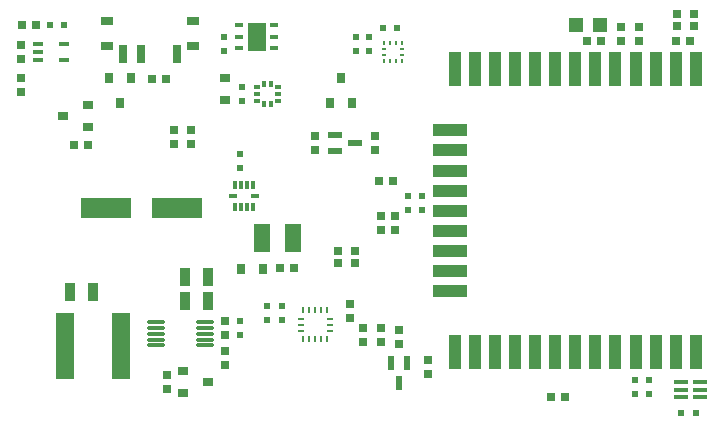
<source format=gtp>
%FSLAX23Y23*%
%MOIN*%
G70*
G01*
G75*
G04 Layer_Color=8421504*
%ADD10R,0.026X0.030*%
%ADD11R,0.030X0.026*%
%ADD12R,0.031X0.028*%
%ADD13R,0.039X0.031*%
%ADD14R,0.028X0.059*%
%ADD15R,0.012X0.020*%
%ADD16R,0.020X0.012*%
%ADD17R,0.051X0.022*%
%ADD18R,0.024X0.024*%
%ADD19R,0.118X0.039*%
%ADD20R,0.039X0.118*%
%ADD21R,0.010X0.020*%
%ADD22R,0.020X0.010*%
%ADD23R,0.010X0.013*%
%ADD24R,0.013X0.010*%
%ADD25O,0.065X0.012*%
%ADD26R,0.037X0.018*%
%ADD27R,0.035X0.031*%
%ADD28R,0.031X0.035*%
%ADD29R,0.063X0.224*%
%ADD30R,0.024X0.024*%
%ADD31R,0.035X0.026*%
%ADD32R,0.026X0.035*%
%ADD33R,0.033X0.059*%
%ADD34R,0.169X0.065*%
%ADD35R,0.053X0.094*%
%ADD36R,0.028X0.018*%
%ADD37R,0.063X0.098*%
%ADD38R,0.012X0.031*%
%ADD39R,0.031X0.012*%
%ADD40R,0.047X0.047*%
%ADD41R,0.051X0.016*%
%ADD42R,0.022X0.051*%
%ADD43C,0.010*%
%ADD44C,0.030*%
%ADD45C,0.015*%
%ADD46C,0.020*%
%ADD47C,0.040*%
%ADD48C,0.011*%
%ADD49C,0.008*%
%ADD50C,0.125*%
%ADD51C,0.118*%
%ADD52C,0.059*%
%ADD53R,0.059X0.059*%
%ADD54C,0.025*%
%ADD55C,0.010*%
%ADD56C,0.004*%
%ADD57C,0.001*%
%ADD58C,0.008*%
%ADD59C,0.006*%
D10*
X135Y-63D02*
D03*
Y-17D02*
D03*
X90Y-63D02*
D03*
Y-17D02*
D03*
X150Y-397D02*
D03*
Y-443D02*
D03*
X-545Y222D02*
D03*
Y268D02*
D03*
X-600D02*
D03*
Y222D02*
D03*
X90Y-392D02*
D03*
Y-438D02*
D03*
X-15Y-312D02*
D03*
Y-358D02*
D03*
X70Y248D02*
D03*
Y202D02*
D03*
X-130Y248D02*
D03*
Y202D02*
D03*
X-430Y-467D02*
D03*
Y-513D02*
D03*
Y-413D02*
D03*
Y-367D02*
D03*
X-1110Y553D02*
D03*
Y507D02*
D03*
Y443D02*
D03*
Y397D02*
D03*
X30Y-392D02*
D03*
Y-438D02*
D03*
X890Y567D02*
D03*
Y613D02*
D03*
X-625Y-547D02*
D03*
Y-593D02*
D03*
X950Y613D02*
D03*
Y567D02*
D03*
X245Y-497D02*
D03*
Y-543D02*
D03*
D11*
X82Y100D02*
D03*
X128D02*
D03*
X-627Y440D02*
D03*
X-673D02*
D03*
X1072Y565D02*
D03*
X1118D02*
D03*
X-248Y-190D02*
D03*
X-202D02*
D03*
X-1062Y620D02*
D03*
X-1108D02*
D03*
X-933Y220D02*
D03*
X-887D02*
D03*
X777Y565D02*
D03*
X823D02*
D03*
X657Y-620D02*
D03*
X703D02*
D03*
D12*
X-53Y-175D02*
D03*
X3D02*
D03*
Y-135D02*
D03*
X-53D02*
D03*
X1133Y655D02*
D03*
X1077D02*
D03*
Y615D02*
D03*
X1133D02*
D03*
D13*
X-536Y549D02*
D03*
Y631D02*
D03*
X-824Y549D02*
D03*
Y631D02*
D03*
D14*
X-591Y521D02*
D03*
X-710D02*
D03*
X-769D02*
D03*
D15*
X-277Y355D02*
D03*
X-301D02*
D03*
Y424D02*
D03*
X-277D02*
D03*
D16*
X-323Y366D02*
D03*
Y389D02*
D03*
Y413D02*
D03*
X-255D02*
D03*
Y389D02*
D03*
Y366D02*
D03*
D17*
X3Y225D02*
D03*
X-63Y199D02*
D03*
Y251D02*
D03*
D18*
X936Y-610D02*
D03*
X984D02*
D03*
X96Y609D02*
D03*
X144D02*
D03*
X-966Y620D02*
D03*
X-1014D02*
D03*
X936Y-565D02*
D03*
X984D02*
D03*
X1139Y-675D02*
D03*
X1091D02*
D03*
D19*
X320Y-268D02*
D03*
Y-201D02*
D03*
Y-134D02*
D03*
Y-67D02*
D03*
Y0D02*
D03*
Y67D02*
D03*
Y134D02*
D03*
Y201D02*
D03*
Y268D02*
D03*
D20*
X335Y472D02*
D03*
X402D02*
D03*
X469D02*
D03*
X536D02*
D03*
X603D02*
D03*
X670D02*
D03*
X737D02*
D03*
X804D02*
D03*
X871D02*
D03*
X938D02*
D03*
X1005D02*
D03*
X1072D02*
D03*
X1139D02*
D03*
Y-472D02*
D03*
X1072D02*
D03*
X1005D02*
D03*
X938D02*
D03*
X871D02*
D03*
X804D02*
D03*
X737D02*
D03*
X670D02*
D03*
X603D02*
D03*
X536D02*
D03*
X469D02*
D03*
X402D02*
D03*
X335D02*
D03*
D21*
X-169Y-428D02*
D03*
X-150D02*
D03*
X-130D02*
D03*
X-110D02*
D03*
X-91D02*
D03*
Y-332D02*
D03*
X-110D02*
D03*
X-130D02*
D03*
X-150D02*
D03*
X-169D02*
D03*
D22*
X-82Y-400D02*
D03*
Y-380D02*
D03*
Y-360D02*
D03*
X-178Y-360D02*
D03*
Y-380D02*
D03*
Y-400D02*
D03*
D23*
X160Y559D02*
D03*
X140D02*
D03*
X120D02*
D03*
X100D02*
D03*
Y498D02*
D03*
X120D02*
D03*
X140D02*
D03*
X160D02*
D03*
D24*
X99Y538D02*
D03*
Y519D02*
D03*
X161D02*
D03*
Y538D02*
D03*
D25*
X-498Y-449D02*
D03*
Y-430D02*
D03*
Y-410D02*
D03*
Y-390D02*
D03*
Y-371D02*
D03*
X-662Y-449D02*
D03*
Y-430D02*
D03*
Y-410D02*
D03*
Y-390D02*
D03*
Y-371D02*
D03*
D26*
X-967Y556D02*
D03*
Y504D02*
D03*
X-1053D02*
D03*
Y530D02*
D03*
Y556D02*
D03*
D27*
X-572Y-533D02*
D03*
Y-607D02*
D03*
X-488Y-570D02*
D03*
X-886Y278D02*
D03*
Y352D02*
D03*
X-971Y315D02*
D03*
D28*
X-743Y442D02*
D03*
X-817D02*
D03*
X-780Y358D02*
D03*
X-45Y442D02*
D03*
X-8Y358D02*
D03*
X-82D02*
D03*
D29*
X-777Y-450D02*
D03*
X-963D02*
D03*
D30*
X-435Y579D02*
D03*
Y531D02*
D03*
X-375Y366D02*
D03*
Y414D02*
D03*
X-240Y-364D02*
D03*
Y-316D02*
D03*
X-290Y-364D02*
D03*
Y-316D02*
D03*
X50Y531D02*
D03*
Y579D02*
D03*
X5Y531D02*
D03*
Y579D02*
D03*
X-380Y141D02*
D03*
Y189D02*
D03*
Y-366D02*
D03*
Y-414D02*
D03*
X225Y49D02*
D03*
Y1D02*
D03*
X180Y49D02*
D03*
Y1D02*
D03*
D31*
X-430Y369D02*
D03*
Y441D02*
D03*
D32*
X-304Y-195D02*
D03*
X-376D02*
D03*
D33*
X-487Y-300D02*
D03*
X-563D02*
D03*
X-487Y-220D02*
D03*
X-563D02*
D03*
X-948Y-270D02*
D03*
X-872D02*
D03*
D34*
X-828Y10D02*
D03*
X-592D02*
D03*
D35*
X-307Y-92D02*
D03*
X-203D02*
D03*
D36*
X-266Y541D02*
D03*
Y580D02*
D03*
Y619D02*
D03*
X-384D02*
D03*
Y580D02*
D03*
Y541D02*
D03*
D37*
X-325Y580D02*
D03*
D38*
X-336Y87D02*
D03*
X-356D02*
D03*
X-376D02*
D03*
X-396D02*
D03*
Y13D02*
D03*
X-376D02*
D03*
X-356D02*
D03*
X-336D02*
D03*
D39*
X-403Y50D02*
D03*
X-329D02*
D03*
D40*
X821Y620D02*
D03*
X739D02*
D03*
D41*
X1089Y-571D02*
D03*
Y-622D02*
D03*
Y-597D02*
D03*
X1152D02*
D03*
Y-622D02*
D03*
Y-571D02*
D03*
D42*
X150Y-573D02*
D03*
X124Y-507D02*
D03*
X176D02*
D03*
M02*

</source>
